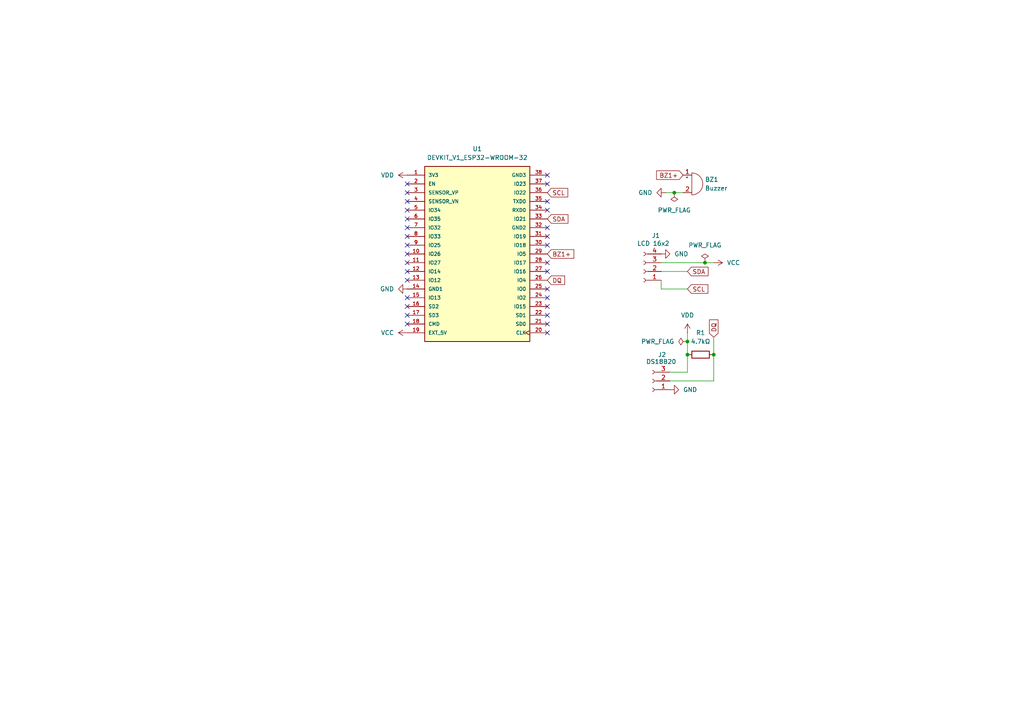
<source format=kicad_sch>
(kicad_sch
	(version 20250114)
	(generator "eeschema")
	(generator_version "9.0")
	(uuid "330a4899-5ef1-4d19-a163-cbb2c78c15d2")
	(paper "A4")
	(lib_symbols
		(symbol "Connector:Conn_01x03_Socket"
			(pin_names
				(offset 1.016)
				(hide yes)
			)
			(exclude_from_sim no)
			(in_bom yes)
			(on_board yes)
			(property "Reference" "J"
				(at 0 5.08 0)
				(effects
					(font
						(size 1.27 1.27)
					)
				)
			)
			(property "Value" "Conn_01x03_Socket"
				(at 0 -5.08 0)
				(effects
					(font
						(size 1.27 1.27)
					)
				)
			)
			(property "Footprint" ""
				(at 0 0 0)
				(effects
					(font
						(size 1.27 1.27)
					)
					(hide yes)
				)
			)
			(property "Datasheet" "~"
				(at 0 0 0)
				(effects
					(font
						(size 1.27 1.27)
					)
					(hide yes)
				)
			)
			(property "Description" "Generic connector, single row, 01x03, script generated"
				(at 0 0 0)
				(effects
					(font
						(size 1.27 1.27)
					)
					(hide yes)
				)
			)
			(property "ki_locked" ""
				(at 0 0 0)
				(effects
					(font
						(size 1.27 1.27)
					)
				)
			)
			(property "ki_keywords" "connector"
				(at 0 0 0)
				(effects
					(font
						(size 1.27 1.27)
					)
					(hide yes)
				)
			)
			(property "ki_fp_filters" "Connector*:*_1x??_*"
				(at 0 0 0)
				(effects
					(font
						(size 1.27 1.27)
					)
					(hide yes)
				)
			)
			(symbol "Conn_01x03_Socket_1_1"
				(polyline
					(pts
						(xy -1.27 2.54) (xy -0.508 2.54)
					)
					(stroke
						(width 0.1524)
						(type default)
					)
					(fill
						(type none)
					)
				)
				(polyline
					(pts
						(xy -1.27 0) (xy -0.508 0)
					)
					(stroke
						(width 0.1524)
						(type default)
					)
					(fill
						(type none)
					)
				)
				(polyline
					(pts
						(xy -1.27 -2.54) (xy -0.508 -2.54)
					)
					(stroke
						(width 0.1524)
						(type default)
					)
					(fill
						(type none)
					)
				)
				(arc
					(start 0 2.032)
					(mid -0.5058 2.54)
					(end 0 3.048)
					(stroke
						(width 0.1524)
						(type default)
					)
					(fill
						(type none)
					)
				)
				(arc
					(start 0 -0.508)
					(mid -0.5058 0)
					(end 0 0.508)
					(stroke
						(width 0.1524)
						(type default)
					)
					(fill
						(type none)
					)
				)
				(arc
					(start 0 -3.048)
					(mid -0.5058 -2.54)
					(end 0 -2.032)
					(stroke
						(width 0.1524)
						(type default)
					)
					(fill
						(type none)
					)
				)
				(pin passive line
					(at -5.08 2.54 0)
					(length 3.81)
					(name "Pin_1"
						(effects
							(font
								(size 1.27 1.27)
							)
						)
					)
					(number "1"
						(effects
							(font
								(size 1.27 1.27)
							)
						)
					)
				)
				(pin passive line
					(at -5.08 0 0)
					(length 3.81)
					(name "Pin_2"
						(effects
							(font
								(size 1.27 1.27)
							)
						)
					)
					(number "2"
						(effects
							(font
								(size 1.27 1.27)
							)
						)
					)
				)
				(pin passive line
					(at -5.08 -2.54 0)
					(length 3.81)
					(name "Pin_3"
						(effects
							(font
								(size 1.27 1.27)
							)
						)
					)
					(number "3"
						(effects
							(font
								(size 1.27 1.27)
							)
						)
					)
				)
			)
			(embedded_fonts no)
		)
		(symbol "Connector:Conn_01x04_Socket"
			(pin_names
				(offset 1.016)
				(hide yes)
			)
			(exclude_from_sim no)
			(in_bom yes)
			(on_board yes)
			(property "Reference" "J"
				(at 0 5.08 0)
				(effects
					(font
						(size 1.27 1.27)
					)
				)
			)
			(property "Value" "Conn_01x04_Socket"
				(at 0 -7.62 0)
				(effects
					(font
						(size 1.27 1.27)
					)
				)
			)
			(property "Footprint" ""
				(at 0 0 0)
				(effects
					(font
						(size 1.27 1.27)
					)
					(hide yes)
				)
			)
			(property "Datasheet" "~"
				(at 0 0 0)
				(effects
					(font
						(size 1.27 1.27)
					)
					(hide yes)
				)
			)
			(property "Description" "Generic connector, single row, 01x04, script generated"
				(at 0 0 0)
				(effects
					(font
						(size 1.27 1.27)
					)
					(hide yes)
				)
			)
			(property "ki_locked" ""
				(at 0 0 0)
				(effects
					(font
						(size 1.27 1.27)
					)
				)
			)
			(property "ki_keywords" "connector"
				(at 0 0 0)
				(effects
					(font
						(size 1.27 1.27)
					)
					(hide yes)
				)
			)
			(property "ki_fp_filters" "Connector*:*_1x??_*"
				(at 0 0 0)
				(effects
					(font
						(size 1.27 1.27)
					)
					(hide yes)
				)
			)
			(symbol "Conn_01x04_Socket_1_1"
				(polyline
					(pts
						(xy -1.27 2.54) (xy -0.508 2.54)
					)
					(stroke
						(width 0.1524)
						(type default)
					)
					(fill
						(type none)
					)
				)
				(polyline
					(pts
						(xy -1.27 0) (xy -0.508 0)
					)
					(stroke
						(width 0.1524)
						(type default)
					)
					(fill
						(type none)
					)
				)
				(polyline
					(pts
						(xy -1.27 -2.54) (xy -0.508 -2.54)
					)
					(stroke
						(width 0.1524)
						(type default)
					)
					(fill
						(type none)
					)
				)
				(polyline
					(pts
						(xy -1.27 -5.08) (xy -0.508 -5.08)
					)
					(stroke
						(width 0.1524)
						(type default)
					)
					(fill
						(type none)
					)
				)
				(arc
					(start 0 2.032)
					(mid -0.5058 2.54)
					(end 0 3.048)
					(stroke
						(width 0.1524)
						(type default)
					)
					(fill
						(type none)
					)
				)
				(arc
					(start 0 -0.508)
					(mid -0.5058 0)
					(end 0 0.508)
					(stroke
						(width 0.1524)
						(type default)
					)
					(fill
						(type none)
					)
				)
				(arc
					(start 0 -3.048)
					(mid -0.5058 -2.54)
					(end 0 -2.032)
					(stroke
						(width 0.1524)
						(type default)
					)
					(fill
						(type none)
					)
				)
				(arc
					(start 0 -5.588)
					(mid -0.5058 -5.08)
					(end 0 -4.572)
					(stroke
						(width 0.1524)
						(type default)
					)
					(fill
						(type none)
					)
				)
				(pin passive line
					(at -5.08 2.54 0)
					(length 3.81)
					(name "Pin_1"
						(effects
							(font
								(size 1.27 1.27)
							)
						)
					)
					(number "1"
						(effects
							(font
								(size 1.27 1.27)
							)
						)
					)
				)
				(pin passive line
					(at -5.08 0 0)
					(length 3.81)
					(name "Pin_2"
						(effects
							(font
								(size 1.27 1.27)
							)
						)
					)
					(number "2"
						(effects
							(font
								(size 1.27 1.27)
							)
						)
					)
				)
				(pin passive line
					(at -5.08 -2.54 0)
					(length 3.81)
					(name "Pin_3"
						(effects
							(font
								(size 1.27 1.27)
							)
						)
					)
					(number "3"
						(effects
							(font
								(size 1.27 1.27)
							)
						)
					)
				)
				(pin passive line
					(at -5.08 -5.08 0)
					(length 3.81)
					(name "Pin_4"
						(effects
							(font
								(size 1.27 1.27)
							)
						)
					)
					(number "4"
						(effects
							(font
								(size 1.27 1.27)
							)
						)
					)
				)
			)
			(embedded_fonts no)
		)
		(symbol "Device:Buzzer"
			(pin_names
				(offset 0.0254)
				(hide yes)
			)
			(exclude_from_sim no)
			(in_bom yes)
			(on_board yes)
			(property "Reference" "BZ"
				(at 3.81 1.27 0)
				(effects
					(font
						(size 1.27 1.27)
					)
					(justify left)
				)
			)
			(property "Value" "Buzzer"
				(at 3.81 -1.27 0)
				(effects
					(font
						(size 1.27 1.27)
					)
					(justify left)
				)
			)
			(property "Footprint" ""
				(at -0.635 2.54 90)
				(effects
					(font
						(size 1.27 1.27)
					)
					(hide yes)
				)
			)
			(property "Datasheet" "~"
				(at -0.635 2.54 90)
				(effects
					(font
						(size 1.27 1.27)
					)
					(hide yes)
				)
			)
			(property "Description" "Buzzer, polarized"
				(at 0 0 0)
				(effects
					(font
						(size 1.27 1.27)
					)
					(hide yes)
				)
			)
			(property "ki_keywords" "quartz resonator ceramic"
				(at 0 0 0)
				(effects
					(font
						(size 1.27 1.27)
					)
					(hide yes)
				)
			)
			(property "ki_fp_filters" "*Buzzer*"
				(at 0 0 0)
				(effects
					(font
						(size 1.27 1.27)
					)
					(hide yes)
				)
			)
			(symbol "Buzzer_0_1"
				(polyline
					(pts
						(xy -1.651 1.905) (xy -1.143 1.905)
					)
					(stroke
						(width 0)
						(type default)
					)
					(fill
						(type none)
					)
				)
				(polyline
					(pts
						(xy -1.397 2.159) (xy -1.397 1.651)
					)
					(stroke
						(width 0)
						(type default)
					)
					(fill
						(type none)
					)
				)
				(arc
					(start 0 3.175)
					(mid 3.1612 0)
					(end 0 -3.175)
					(stroke
						(width 0)
						(type default)
					)
					(fill
						(type none)
					)
				)
				(polyline
					(pts
						(xy 0 3.175) (xy 0 -3.175)
					)
					(stroke
						(width 0)
						(type default)
					)
					(fill
						(type none)
					)
				)
			)
			(symbol "Buzzer_1_1"
				(pin passive line
					(at -2.54 2.54 0)
					(length 2.54)
					(name "+"
						(effects
							(font
								(size 1.27 1.27)
							)
						)
					)
					(number "1"
						(effects
							(font
								(size 1.27 1.27)
							)
						)
					)
				)
				(pin passive line
					(at -2.54 -2.54 0)
					(length 2.54)
					(name "-"
						(effects
							(font
								(size 1.27 1.27)
							)
						)
					)
					(number "2"
						(effects
							(font
								(size 1.27 1.27)
							)
						)
					)
				)
			)
			(embedded_fonts no)
		)
		(symbol "Device:R"
			(pin_numbers
				(hide yes)
			)
			(pin_names
				(offset 0)
			)
			(exclude_from_sim no)
			(in_bom yes)
			(on_board yes)
			(property "Reference" "R"
				(at 2.032 0 90)
				(effects
					(font
						(size 1.27 1.27)
					)
				)
			)
			(property "Value" "R"
				(at 0 0 90)
				(effects
					(font
						(size 1.27 1.27)
					)
				)
			)
			(property "Footprint" ""
				(at -1.778 0 90)
				(effects
					(font
						(size 1.27 1.27)
					)
					(hide yes)
				)
			)
			(property "Datasheet" "~"
				(at 0 0 0)
				(effects
					(font
						(size 1.27 1.27)
					)
					(hide yes)
				)
			)
			(property "Description" "Resistor"
				(at 0 0 0)
				(effects
					(font
						(size 1.27 1.27)
					)
					(hide yes)
				)
			)
			(property "ki_keywords" "R res resistor"
				(at 0 0 0)
				(effects
					(font
						(size 1.27 1.27)
					)
					(hide yes)
				)
			)
			(property "ki_fp_filters" "R_*"
				(at 0 0 0)
				(effects
					(font
						(size 1.27 1.27)
					)
					(hide yes)
				)
			)
			(symbol "R_0_1"
				(rectangle
					(start -1.016 -2.54)
					(end 1.016 2.54)
					(stroke
						(width 0.254)
						(type default)
					)
					(fill
						(type none)
					)
				)
			)
			(symbol "R_1_1"
				(pin passive line
					(at 0 3.81 270)
					(length 1.27)
					(name "~"
						(effects
							(font
								(size 1.27 1.27)
							)
						)
					)
					(number "1"
						(effects
							(font
								(size 1.27 1.27)
							)
						)
					)
				)
				(pin passive line
					(at 0 -3.81 90)
					(length 1.27)
					(name "~"
						(effects
							(font
								(size 1.27 1.27)
							)
						)
					)
					(number "2"
						(effects
							(font
								(size 1.27 1.27)
							)
						)
					)
				)
			)
			(embedded_fonts no)
		)
		(symbol "devkit esp32 wroom32:DEVKIT_V1_ESP32-WROOM-32"
			(pin_names
				(offset 1.016)
			)
			(exclude_from_sim no)
			(in_bom yes)
			(on_board yes)
			(property "Reference" "U"
				(at -15.2572 26.0643 0)
				(effects
					(font
						(size 1.27 1.27)
					)
					(justify left bottom)
				)
			)
			(property "Value" "DEVKIT_V1_ESP32-WROOM-32"
				(at -15.2563 -27.9698 0)
				(effects
					(font
						(size 1.27 1.27)
					)
					(justify left bottom)
				)
			)
			(property "Footprint" "DEVKIT_V1_ESP32-WROOM-32:MODULE_DEVKIT_V1_ESP32-WROOM-32"
				(at 0 0 0)
				(effects
					(font
						(size 1.27 1.27)
					)
					(justify bottom)
					(hide yes)
				)
			)
			(property "Datasheet" ""
				(at 0 0 0)
				(effects
					(font
						(size 1.27 1.27)
					)
					(hide yes)
				)
			)
			(property "Description" ""
				(at 0 0 0)
				(effects
					(font
						(size 1.27 1.27)
					)
					(hide yes)
				)
			)
			(property "MF" "Espressif Systems"
				(at 0 0 0)
				(effects
					(font
						(size 1.27 1.27)
					)
					(justify bottom)
					(hide yes)
				)
			)
			(property "Description_1" "WROOM-32 Development Board ESP32 ESP-32S WiFi Bluetooth Dev Module"
				(at 0 0 0)
				(effects
					(font
						(size 1.27 1.27)
					)
					(justify bottom)
					(hide yes)
				)
			)
			(property "Package" "Package"
				(at 0 0 0)
				(effects
					(font
						(size 1.27 1.27)
					)
					(justify bottom)
					(hide yes)
				)
			)
			(property "Price" "None"
				(at 0 0 0)
				(effects
					(font
						(size 1.27 1.27)
					)
					(justify bottom)
					(hide yes)
				)
			)
			(property "Check_prices" "https://www.snapeda.com/parts/DEVKIT%20V1%20ESP32-WROOM-32/Espressif+Systems/view-part/?ref=eda"
				(at 0 0 0)
				(effects
					(font
						(size 1.27 1.27)
					)
					(justify bottom)
					(hide yes)
				)
			)
			(property "STANDARD" "Manufacturer Recommendations"
				(at 0 0 0)
				(effects
					(font
						(size 1.27 1.27)
					)
					(justify bottom)
					(hide yes)
				)
			)
			(property "PARTREV" "N/A"
				(at 0 0 0)
				(effects
					(font
						(size 1.27 1.27)
					)
					(justify bottom)
					(hide yes)
				)
			)
			(property "SnapEDA_Link" "https://www.snapeda.com/parts/DEVKIT%20V1%20ESP32-WROOM-32/Espressif+Systems/view-part/?ref=snap"
				(at 0 0 0)
				(effects
					(font
						(size 1.27 1.27)
					)
					(justify bottom)
					(hide yes)
				)
			)
			(property "MP" "DEVKIT V1 ESP32-WROOM-32"
				(at 0 0 0)
				(effects
					(font
						(size 1.27 1.27)
					)
					(justify bottom)
					(hide yes)
				)
			)
			(property "Availability" "Not in stock"
				(at 0 0 0)
				(effects
					(font
						(size 1.27 1.27)
					)
					(justify bottom)
					(hide yes)
				)
			)
			(property "MANUFACTURER" "Espressif Systems"
				(at 0 0 0)
				(effects
					(font
						(size 1.27 1.27)
					)
					(justify bottom)
					(hide yes)
				)
			)
			(symbol "DEVKIT_V1_ESP32-WROOM-32_0_0"
				(rectangle
					(start -15.24 -25.4)
					(end 15.24 25.4)
					(stroke
						(width 0.254)
						(type default)
					)
					(fill
						(type background)
					)
				)
				(pin power_in line
					(at -20.32 22.86 0)
					(length 5.08)
					(name "3V3"
						(effects
							(font
								(size 1.016 1.016)
							)
						)
					)
					(number "1"
						(effects
							(font
								(size 1.016 1.016)
							)
						)
					)
				)
				(pin input line
					(at -20.32 20.32 0)
					(length 5.08)
					(name "EN"
						(effects
							(font
								(size 1.016 1.016)
							)
						)
					)
					(number "2"
						(effects
							(font
								(size 1.016 1.016)
							)
						)
					)
				)
				(pin input line
					(at -20.32 17.78 0)
					(length 5.08)
					(name "SENSOR_VP"
						(effects
							(font
								(size 1.016 1.016)
							)
						)
					)
					(number "3"
						(effects
							(font
								(size 1.016 1.016)
							)
						)
					)
				)
				(pin input line
					(at -20.32 15.24 0)
					(length 5.08)
					(name "SENSOR_VN"
						(effects
							(font
								(size 1.016 1.016)
							)
						)
					)
					(number "4"
						(effects
							(font
								(size 1.016 1.016)
							)
						)
					)
				)
				(pin bidirectional line
					(at -20.32 12.7 0)
					(length 5.08)
					(name "IO34"
						(effects
							(font
								(size 1.016 1.016)
							)
						)
					)
					(number "5"
						(effects
							(font
								(size 1.016 1.016)
							)
						)
					)
				)
				(pin bidirectional line
					(at -20.32 10.16 0)
					(length 5.08)
					(name "IO35"
						(effects
							(font
								(size 1.016 1.016)
							)
						)
					)
					(number "6"
						(effects
							(font
								(size 1.016 1.016)
							)
						)
					)
				)
				(pin bidirectional line
					(at -20.32 7.62 0)
					(length 5.08)
					(name "IO32"
						(effects
							(font
								(size 1.016 1.016)
							)
						)
					)
					(number "7"
						(effects
							(font
								(size 1.016 1.016)
							)
						)
					)
				)
				(pin bidirectional line
					(at -20.32 5.08 0)
					(length 5.08)
					(name "IO33"
						(effects
							(font
								(size 1.016 1.016)
							)
						)
					)
					(number "8"
						(effects
							(font
								(size 1.016 1.016)
							)
						)
					)
				)
				(pin bidirectional line
					(at -20.32 2.54 0)
					(length 5.08)
					(name "IO25"
						(effects
							(font
								(size 1.016 1.016)
							)
						)
					)
					(number "9"
						(effects
							(font
								(size 1.016 1.016)
							)
						)
					)
				)
				(pin bidirectional line
					(at -20.32 0 0)
					(length 5.08)
					(name "IO26"
						(effects
							(font
								(size 1.016 1.016)
							)
						)
					)
					(number "10"
						(effects
							(font
								(size 1.016 1.016)
							)
						)
					)
				)
				(pin bidirectional line
					(at -20.32 -2.54 0)
					(length 5.08)
					(name "IO27"
						(effects
							(font
								(size 1.016 1.016)
							)
						)
					)
					(number "11"
						(effects
							(font
								(size 1.016 1.016)
							)
						)
					)
				)
				(pin bidirectional line
					(at -20.32 -5.08 0)
					(length 5.08)
					(name "IO14"
						(effects
							(font
								(size 1.016 1.016)
							)
						)
					)
					(number "12"
						(effects
							(font
								(size 1.016 1.016)
							)
						)
					)
				)
				(pin bidirectional line
					(at -20.32 -7.62 0)
					(length 5.08)
					(name "IO12"
						(effects
							(font
								(size 1.016 1.016)
							)
						)
					)
					(number "13"
						(effects
							(font
								(size 1.016 1.016)
							)
						)
					)
				)
				(pin power_in line
					(at -20.32 -10.16 0)
					(length 5.08)
					(name "GND1"
						(effects
							(font
								(size 1.016 1.016)
							)
						)
					)
					(number "14"
						(effects
							(font
								(size 1.016 1.016)
							)
						)
					)
				)
				(pin bidirectional line
					(at -20.32 -12.7 0)
					(length 5.08)
					(name "IO13"
						(effects
							(font
								(size 1.016 1.016)
							)
						)
					)
					(number "15"
						(effects
							(font
								(size 1.016 1.016)
							)
						)
					)
				)
				(pin bidirectional line
					(at -20.32 -15.24 0)
					(length 5.08)
					(name "SD2"
						(effects
							(font
								(size 1.016 1.016)
							)
						)
					)
					(number "16"
						(effects
							(font
								(size 1.016 1.016)
							)
						)
					)
				)
				(pin bidirectional line
					(at -20.32 -17.78 0)
					(length 5.08)
					(name "SD3"
						(effects
							(font
								(size 1.016 1.016)
							)
						)
					)
					(number "17"
						(effects
							(font
								(size 1.016 1.016)
							)
						)
					)
				)
				(pin bidirectional line
					(at -20.32 -20.32 0)
					(length 5.08)
					(name "CMD"
						(effects
							(font
								(size 1.016 1.016)
							)
						)
					)
					(number "18"
						(effects
							(font
								(size 1.016 1.016)
							)
						)
					)
				)
				(pin power_in line
					(at -20.32 -22.86 0)
					(length 5.08)
					(name "EXT_5V"
						(effects
							(font
								(size 1.016 1.016)
							)
						)
					)
					(number "19"
						(effects
							(font
								(size 1.016 1.016)
							)
						)
					)
				)
				(pin power_in line
					(at 20.32 22.86 180)
					(length 5.08)
					(name "GND3"
						(effects
							(font
								(size 1.016 1.016)
							)
						)
					)
					(number "38"
						(effects
							(font
								(size 1.016 1.016)
							)
						)
					)
				)
				(pin bidirectional line
					(at 20.32 20.32 180)
					(length 5.08)
					(name "IO23"
						(effects
							(font
								(size 1.016 1.016)
							)
						)
					)
					(number "37"
						(effects
							(font
								(size 1.016 1.016)
							)
						)
					)
				)
				(pin bidirectional line
					(at 20.32 17.78 180)
					(length 5.08)
					(name "IO22"
						(effects
							(font
								(size 1.016 1.016)
							)
						)
					)
					(number "36"
						(effects
							(font
								(size 1.016 1.016)
							)
						)
					)
				)
				(pin output line
					(at 20.32 15.24 180)
					(length 5.08)
					(name "TXD0"
						(effects
							(font
								(size 1.016 1.016)
							)
						)
					)
					(number "35"
						(effects
							(font
								(size 1.016 1.016)
							)
						)
					)
				)
				(pin input line
					(at 20.32 12.7 180)
					(length 5.08)
					(name "RXD0"
						(effects
							(font
								(size 1.016 1.016)
							)
						)
					)
					(number "34"
						(effects
							(font
								(size 1.016 1.016)
							)
						)
					)
				)
				(pin bidirectional line
					(at 20.32 10.16 180)
					(length 5.08)
					(name "IO21"
						(effects
							(font
								(size 1.016 1.016)
							)
						)
					)
					(number "33"
						(effects
							(font
								(size 1.016 1.016)
							)
						)
					)
				)
				(pin power_in line
					(at 20.32 7.62 180)
					(length 5.08)
					(name "GND2"
						(effects
							(font
								(size 1.016 1.016)
							)
						)
					)
					(number "32"
						(effects
							(font
								(size 1.016 1.016)
							)
						)
					)
				)
				(pin bidirectional line
					(at 20.32 5.08 180)
					(length 5.08)
					(name "IO19"
						(effects
							(font
								(size 1.016 1.016)
							)
						)
					)
					(number "31"
						(effects
							(font
								(size 1.016 1.016)
							)
						)
					)
				)
				(pin bidirectional line
					(at 20.32 2.54 180)
					(length 5.08)
					(name "IO18"
						(effects
							(font
								(size 1.016 1.016)
							)
						)
					)
					(number "30"
						(effects
							(font
								(size 1.016 1.016)
							)
						)
					)
				)
				(pin bidirectional line
					(at 20.32 0 180)
					(length 5.08)
					(name "IO5"
						(effects
							(font
								(size 1.016 1.016)
							)
						)
					)
					(number "29"
						(effects
							(font
								(size 1.016 1.016)
							)
						)
					)
				)
				(pin bidirectional line
					(at 20.32 -2.54 180)
					(length 5.08)
					(name "IO17"
						(effects
							(font
								(size 1.016 1.016)
							)
						)
					)
					(number "28"
						(effects
							(font
								(size 1.016 1.016)
							)
						)
					)
				)
				(pin bidirectional line
					(at 20.32 -5.08 180)
					(length 5.08)
					(name "IO16"
						(effects
							(font
								(size 1.016 1.016)
							)
						)
					)
					(number "27"
						(effects
							(font
								(size 1.016 1.016)
							)
						)
					)
				)
				(pin bidirectional line
					(at 20.32 -7.62 180)
					(length 5.08)
					(name "IO4"
						(effects
							(font
								(size 1.016 1.016)
							)
						)
					)
					(number "26"
						(effects
							(font
								(size 1.016 1.016)
							)
						)
					)
				)
				(pin bidirectional line
					(at 20.32 -10.16 180)
					(length 5.08)
					(name "IO0"
						(effects
							(font
								(size 1.016 1.016)
							)
						)
					)
					(number "25"
						(effects
							(font
								(size 1.016 1.016)
							)
						)
					)
				)
				(pin bidirectional line
					(at 20.32 -12.7 180)
					(length 5.08)
					(name "IO2"
						(effects
							(font
								(size 1.016 1.016)
							)
						)
					)
					(number "24"
						(effects
							(font
								(size 1.016 1.016)
							)
						)
					)
				)
				(pin bidirectional line
					(at 20.32 -15.24 180)
					(length 5.08)
					(name "IO15"
						(effects
							(font
								(size 1.016 1.016)
							)
						)
					)
					(number "23"
						(effects
							(font
								(size 1.016 1.016)
							)
						)
					)
				)
				(pin bidirectional line
					(at 20.32 -17.78 180)
					(length 5.08)
					(name "SD1"
						(effects
							(font
								(size 1.016 1.016)
							)
						)
					)
					(number "22"
						(effects
							(font
								(size 1.016 1.016)
							)
						)
					)
				)
				(pin bidirectional line
					(at 20.32 -20.32 180)
					(length 5.08)
					(name "SD0"
						(effects
							(font
								(size 1.016 1.016)
							)
						)
					)
					(number "21"
						(effects
							(font
								(size 1.016 1.016)
							)
						)
					)
				)
				(pin input clock
					(at 20.32 -22.86 180)
					(length 5.08)
					(name "CLK"
						(effects
							(font
								(size 1.016 1.016)
							)
						)
					)
					(number "20"
						(effects
							(font
								(size 1.016 1.016)
							)
						)
					)
				)
			)
			(embedded_fonts no)
		)
		(symbol "power:GND"
			(power)
			(pin_numbers
				(hide yes)
			)
			(pin_names
				(offset 0)
				(hide yes)
			)
			(exclude_from_sim no)
			(in_bom yes)
			(on_board yes)
			(property "Reference" "#PWR"
				(at 0 -6.35 0)
				(effects
					(font
						(size 1.27 1.27)
					)
					(hide yes)
				)
			)
			(property "Value" "GND"
				(at 0 -3.81 0)
				(effects
					(font
						(size 1.27 1.27)
					)
				)
			)
			(property "Footprint" ""
				(at 0 0 0)
				(effects
					(font
						(size 1.27 1.27)
					)
					(hide yes)
				)
			)
			(property "Datasheet" ""
				(at 0 0 0)
				(effects
					(font
						(size 1.27 1.27)
					)
					(hide yes)
				)
			)
			(property "Description" "Power symbol creates a global label with name \"GND\" , ground"
				(at 0 0 0)
				(effects
					(font
						(size 1.27 1.27)
					)
					(hide yes)
				)
			)
			(property "ki_keywords" "global power"
				(at 0 0 0)
				(effects
					(font
						(size 1.27 1.27)
					)
					(hide yes)
				)
			)
			(symbol "GND_0_1"
				(polyline
					(pts
						(xy 0 0) (xy 0 -1.27) (xy 1.27 -1.27) (xy 0 -2.54) (xy -1.27 -1.27) (xy 0 -1.27)
					)
					(stroke
						(width 0)
						(type default)
					)
					(fill
						(type none)
					)
				)
			)
			(symbol "GND_1_1"
				(pin power_in line
					(at 0 0 270)
					(length 0)
					(name "~"
						(effects
							(font
								(size 1.27 1.27)
							)
						)
					)
					(number "1"
						(effects
							(font
								(size 1.27 1.27)
							)
						)
					)
				)
			)
			(embedded_fonts no)
		)
		(symbol "power:PWR_FLAG"
			(power)
			(pin_numbers
				(hide yes)
			)
			(pin_names
				(offset 0)
				(hide yes)
			)
			(exclude_from_sim no)
			(in_bom yes)
			(on_board yes)
			(property "Reference" "#FLG"
				(at 0 1.905 0)
				(effects
					(font
						(size 1.27 1.27)
					)
					(hide yes)
				)
			)
			(property "Value" "PWR_FLAG"
				(at 0 3.81 0)
				(effects
					(font
						(size 1.27 1.27)
					)
				)
			)
			(property "Footprint" ""
				(at 0 0 0)
				(effects
					(font
						(size 1.27 1.27)
					)
					(hide yes)
				)
			)
			(property "Datasheet" "~"
				(at 0 0 0)
				(effects
					(font
						(size 1.27 1.27)
					)
					(hide yes)
				)
			)
			(property "Description" "Special symbol for telling ERC where power comes from"
				(at 0 0 0)
				(effects
					(font
						(size 1.27 1.27)
					)
					(hide yes)
				)
			)
			(property "ki_keywords" "flag power"
				(at 0 0 0)
				(effects
					(font
						(size 1.27 1.27)
					)
					(hide yes)
				)
			)
			(symbol "PWR_FLAG_0_0"
				(pin power_out line
					(at 0 0 90)
					(length 0)
					(name "~"
						(effects
							(font
								(size 1.27 1.27)
							)
						)
					)
					(number "1"
						(effects
							(font
								(size 1.27 1.27)
							)
						)
					)
				)
			)
			(symbol "PWR_FLAG_0_1"
				(polyline
					(pts
						(xy 0 0) (xy 0 1.27) (xy -1.016 1.905) (xy 0 2.54) (xy 1.016 1.905) (xy 0 1.27)
					)
					(stroke
						(width 0)
						(type default)
					)
					(fill
						(type none)
					)
				)
			)
			(embedded_fonts no)
		)
		(symbol "power:VCC"
			(power)
			(pin_numbers
				(hide yes)
			)
			(pin_names
				(offset 0)
				(hide yes)
			)
			(exclude_from_sim no)
			(in_bom yes)
			(on_board yes)
			(property "Reference" "#PWR"
				(at 0 -3.81 0)
				(effects
					(font
						(size 1.27 1.27)
					)
					(hide yes)
				)
			)
			(property "Value" "VCC"
				(at 0 3.556 0)
				(effects
					(font
						(size 1.27 1.27)
					)
				)
			)
			(property "Footprint" ""
				(at 0 0 0)
				(effects
					(font
						(size 1.27 1.27)
					)
					(hide yes)
				)
			)
			(property "Datasheet" ""
				(at 0 0 0)
				(effects
					(font
						(size 1.27 1.27)
					)
					(hide yes)
				)
			)
			(property "Description" "Power symbol creates a global label with name \"VCC\""
				(at 0 0 0)
				(effects
					(font
						(size 1.27 1.27)
					)
					(hide yes)
				)
			)
			(property "ki_keywords" "global power"
				(at 0 0 0)
				(effects
					(font
						(size 1.27 1.27)
					)
					(hide yes)
				)
			)
			(symbol "VCC_0_1"
				(polyline
					(pts
						(xy -0.762 1.27) (xy 0 2.54)
					)
					(stroke
						(width 0)
						(type default)
					)
					(fill
						(type none)
					)
				)
				(polyline
					(pts
						(xy 0 2.54) (xy 0.762 1.27)
					)
					(stroke
						(width 0)
						(type default)
					)
					(fill
						(type none)
					)
				)
				(polyline
					(pts
						(xy 0 0) (xy 0 2.54)
					)
					(stroke
						(width 0)
						(type default)
					)
					(fill
						(type none)
					)
				)
			)
			(symbol "VCC_1_1"
				(pin power_in line
					(at 0 0 90)
					(length 0)
					(name "~"
						(effects
							(font
								(size 1.27 1.27)
							)
						)
					)
					(number "1"
						(effects
							(font
								(size 1.27 1.27)
							)
						)
					)
				)
			)
			(embedded_fonts no)
		)
	)
	(junction
		(at 204.47 76.2)
		(diameter 0)
		(color 0 0 0 0)
		(uuid "087bd91d-c138-484b-897b-4de6222e18f5")
	)
	(junction
		(at 207.01 102.87)
		(diameter 0)
		(color 0 0 0 0)
		(uuid "2196f2e2-7395-48f0-9747-b40dbe44d5c8")
	)
	(junction
		(at 195.58 55.88)
		(diameter 0)
		(color 0 0 0 0)
		(uuid "2ac44bbc-fdef-476f-bfb2-0f9f65da2c7e")
	)
	(junction
		(at 199.39 102.87)
		(diameter 0)
		(color 0 0 0 0)
		(uuid "71b9f728-4ab9-4edd-b027-9c7026772f6c")
	)
	(junction
		(at 199.39 99.06)
		(diameter 0)
		(color 0 0 0 0)
		(uuid "d6794eb0-80f7-4ea0-b703-950c2c831edd")
	)
	(no_connect
		(at 158.75 93.98)
		(uuid "0110bb10-2260-4722-8fd7-c7c470ed5f60")
	)
	(no_connect
		(at 158.75 53.34)
		(uuid "0cb2090e-6d61-4e90-a6fd-f19c934eb100")
	)
	(no_connect
		(at 158.75 78.74)
		(uuid "104344e2-7bad-4169-b1ed-98a253e2f8d1")
	)
	(no_connect
		(at 118.11 86.36)
		(uuid "1c84a4e1-f60f-4f86-a97e-fdfde1da2bd9")
	)
	(no_connect
		(at 158.75 66.04)
		(uuid "1f800245-a714-413c-8d6b-00707bd08236")
	)
	(no_connect
		(at 158.75 71.12)
		(uuid "205e4529-8cc6-4831-93de-79f84e0ee20e")
	)
	(no_connect
		(at 118.11 60.96)
		(uuid "35fea769-c5bb-4dd7-b1ee-90c614af8a94")
	)
	(no_connect
		(at 158.75 58.42)
		(uuid "36d27502-8c41-45d0-a598-99179b0eb029")
	)
	(no_connect
		(at 158.75 96.52)
		(uuid "410772c5-7472-46fc-b10e-9d97fb425bd2")
	)
	(no_connect
		(at 118.11 88.9)
		(uuid "447c9bb5-f708-4ae4-b9fc-ade311334542")
	)
	(no_connect
		(at 118.11 81.28)
		(uuid "4cf21a5a-7089-4c8a-bf37-d1e331e90fdf")
	)
	(no_connect
		(at 118.11 58.42)
		(uuid "59ef629d-9ed0-4116-b583-6dddaf63c440")
	)
	(no_connect
		(at 118.11 73.66)
		(uuid "79075675-59c6-40d6-98d6-b0e6cce65685")
	)
	(no_connect
		(at 118.11 55.88)
		(uuid "7f95a670-ecf7-4eec-ac69-54126f4f9d4b")
	)
	(no_connect
		(at 118.11 91.44)
		(uuid "8f4880bb-eb0a-403c-94d8-c52dcd17d403")
	)
	(no_connect
		(at 118.11 93.98)
		(uuid "8fad4249-4fdd-4a18-af45-2c268d4d9c72")
	)
	(no_connect
		(at 118.11 68.58)
		(uuid "905dcc93-e79a-4825-bcd7-ab505a9ff5c3")
	)
	(no_connect
		(at 118.11 66.04)
		(uuid "9837dc1d-dbdf-4604-99df-f71d3a6b963a")
	)
	(no_connect
		(at 158.75 60.96)
		(uuid "98a3052e-4340-4f46-b1ac-305a68fa1875")
	)
	(no_connect
		(at 158.75 88.9)
		(uuid "a04c0982-c820-456b-960a-863afdecd442")
	)
	(no_connect
		(at 118.11 76.2)
		(uuid "a52dfb52-743f-427d-a8ff-3fb6ce5c411e")
	)
	(no_connect
		(at 158.75 76.2)
		(uuid "b38a2385-9186-4b67-8440-0b521b182298")
	)
	(no_connect
		(at 118.11 63.5)
		(uuid "b428b6ae-1d04-423a-b6b4-f93cead0033b")
	)
	(no_connect
		(at 118.11 78.74)
		(uuid "b6f2d166-aee5-4e73-9a73-1085c5630f81")
	)
	(no_connect
		(at 158.75 68.58)
		(uuid "b75daef0-79a2-44c7-b1b4-24b09c58eb8e")
	)
	(no_connect
		(at 158.75 91.44)
		(uuid "c8b36fd3-f1f2-461f-91c7-705f12a5058c")
	)
	(no_connect
		(at 158.75 83.82)
		(uuid "ca29c193-de81-486b-bfba-996c65d0b40d")
	)
	(no_connect
		(at 118.11 71.12)
		(uuid "d7d3e20b-63cf-4197-b9dd-fb1d55a8053c")
	)
	(no_connect
		(at 158.75 50.8)
		(uuid "e1062f20-484a-4b00-b5bb-d7a1c274c672")
	)
	(no_connect
		(at 158.75 86.36)
		(uuid "e643ed1d-626a-412f-b75f-7142495eb9d8")
	)
	(no_connect
		(at 118.11 53.34)
		(uuid "ea89a021-997d-41bb-a0ba-1ac49c106e29")
	)
	(wire
		(pts
			(xy 199.39 96.52) (xy 199.39 99.06)
		)
		(stroke
			(width 0)
			(type default)
		)
		(uuid "06344b65-d54e-4b5d-9992-f6c8db0a0db2")
	)
	(wire
		(pts
			(xy 193.04 55.88) (xy 195.58 55.88)
		)
		(stroke
			(width 0)
			(type default)
		)
		(uuid "0e3a06de-f47e-47c2-905a-fbf1a130afa7")
	)
	(wire
		(pts
			(xy 207.01 110.49) (xy 207.01 102.87)
		)
		(stroke
			(width 0)
			(type default)
		)
		(uuid "108999b7-0878-4048-b8b7-bdf767b0facb")
	)
	(wire
		(pts
			(xy 194.31 107.95) (xy 199.39 107.95)
		)
		(stroke
			(width 0)
			(type default)
		)
		(uuid "3eb91d7d-674a-46e6-8a18-c84b335a40bb")
	)
	(wire
		(pts
			(xy 204.47 76.2) (xy 191.77 76.2)
		)
		(stroke
			(width 0)
			(type default)
		)
		(uuid "99966361-d586-45ea-844f-9f25e9573f00")
	)
	(wire
		(pts
			(xy 207.01 76.2) (xy 204.47 76.2)
		)
		(stroke
			(width 0)
			(type default)
		)
		(uuid "a816e136-4d03-479c-952e-1cc5730d30cd")
	)
	(wire
		(pts
			(xy 195.58 55.88) (xy 198.12 55.88)
		)
		(stroke
			(width 0)
			(type default)
		)
		(uuid "ac799194-00e0-4e70-863e-52bc5b4b2bd6")
	)
	(wire
		(pts
			(xy 194.31 110.49) (xy 207.01 110.49)
		)
		(stroke
			(width 0)
			(type default)
		)
		(uuid "caba1906-d22e-4404-b775-aec22d117573")
	)
	(wire
		(pts
			(xy 191.77 81.28) (xy 191.77 83.82)
		)
		(stroke
			(width 0)
			(type default)
		)
		(uuid "d057c8c5-d9fa-49d7-9892-128e26ac4fdb")
	)
	(wire
		(pts
			(xy 199.39 107.95) (xy 199.39 102.87)
		)
		(stroke
			(width 0)
			(type default)
		)
		(uuid "e1e99cbc-45cc-4958-be92-c9546d24d349")
	)
	(wire
		(pts
			(xy 199.39 99.06) (xy 199.39 102.87)
		)
		(stroke
			(width 0)
			(type default)
		)
		(uuid "e6897bf2-69a2-483a-ac9b-18a16730f9d4")
	)
	(wire
		(pts
			(xy 191.77 83.82) (xy 199.39 83.82)
		)
		(stroke
			(width 0)
			(type default)
		)
		(uuid "f14da6f2-5002-4322-8f31-757ed9662dc1")
	)
	(wire
		(pts
			(xy 207.01 97.79) (xy 207.01 102.87)
		)
		(stroke
			(width 0)
			(type default)
		)
		(uuid "faaf7be8-0af5-4dbf-ad51-a9c8e6e32c32")
	)
	(wire
		(pts
			(xy 191.77 78.74) (xy 199.39 78.74)
		)
		(stroke
			(width 0)
			(type default)
		)
		(uuid "fca8c3bb-5444-47df-aa61-86c38a6c0040")
	)
	(global_label "DQ"
		(shape input)
		(at 158.75 81.28 0)
		(fields_autoplaced yes)
		(effects
			(font
				(size 1.27 1.27)
			)
			(justify left)
		)
		(uuid "2fed3286-e4a9-44e3-859d-19a9db515e9b")
		(property "Intersheetrefs" "${INTERSHEET_REFS}"
			(at 164.3357 81.28 0)
			(effects
				(font
					(size 1.27 1.27)
				)
				(justify left)
				(hide yes)
			)
		)
	)
	(global_label "DQ"
		(shape input)
		(at 207.01 97.79 90)
		(fields_autoplaced yes)
		(effects
			(font
				(size 1.27 1.27)
			)
			(justify left)
		)
		(uuid "44b7d224-f1cc-4011-a2b9-76760c9ee70b")
		(property "Intersheetrefs" "${INTERSHEET_REFS}"
			(at 207.01 92.2043 90)
			(effects
				(font
					(size 1.27 1.27)
				)
				(justify left)
				(hide yes)
			)
		)
	)
	(global_label "SDA"
		(shape input)
		(at 199.39 78.74 0)
		(fields_autoplaced yes)
		(effects
			(font
				(size 1.27 1.27)
			)
			(justify left)
		)
		(uuid "7cdb796e-ed70-4ae1-ab1d-d70225dc76fc")
		(property "Intersheetrefs" "${INTERSHEET_REFS}"
			(at 205.9433 78.74 0)
			(effects
				(font
					(size 1.27 1.27)
				)
				(justify left)
				(hide yes)
			)
		)
	)
	(global_label "SCL"
		(shape input)
		(at 199.39 83.82 0)
		(fields_autoplaced yes)
		(effects
			(font
				(size 1.27 1.27)
			)
			(justify left)
		)
		(uuid "86454335-e901-478b-975f-b321dafe2c81")
		(property "Intersheetrefs" "${INTERSHEET_REFS}"
			(at 205.8828 83.82 0)
			(effects
				(font
					(size 1.27 1.27)
				)
				(justify left)
				(hide yes)
			)
		)
	)
	(global_label "BZ1+"
		(shape input)
		(at 198.12 50.8 180)
		(fields_autoplaced yes)
		(effects
			(font
				(size 1.27 1.27)
			)
			(justify right)
		)
		(uuid "9421df4e-9407-47b8-b608-05ef8996e244")
		(property "Intersheetrefs" "${INTERSHEET_REFS}"
			(at 189.8734 50.8 0)
			(effects
				(font
					(size 1.27 1.27)
				)
				(justify right)
				(hide yes)
			)
		)
	)
	(global_label "SDA"
		(shape input)
		(at 158.75 63.5 0)
		(fields_autoplaced yes)
		(effects
			(font
				(size 1.27 1.27)
			)
			(justify left)
		)
		(uuid "a68f9d81-5d04-45e9-9877-3f3672a0b520")
		(property "Intersheetrefs" "${INTERSHEET_REFS}"
			(at 165.3033 63.5 0)
			(effects
				(font
					(size 1.27 1.27)
				)
				(justify left)
				(hide yes)
			)
		)
	)
	(global_label "SCL"
		(shape input)
		(at 158.75 55.88 0)
		(fields_autoplaced yes)
		(effects
			(font
				(size 1.27 1.27)
			)
			(justify left)
		)
		(uuid "ced8210b-624d-4f09-bda7-eda2e052993b")
		(property "Intersheetrefs" "${INTERSHEET_REFS}"
			(at 165.2428 55.88 0)
			(effects
				(font
					(size 1.27 1.27)
				)
				(justify left)
				(hide yes)
			)
		)
	)
	(global_label "BZ1+"
		(shape input)
		(at 158.75 73.66 0)
		(fields_autoplaced yes)
		(effects
			(font
				(size 1.27 1.27)
			)
			(justify left)
		)
		(uuid "f7642787-1b4a-4477-b481-c2ec2048d72a")
		(property "Intersheetrefs" "${INTERSHEET_REFS}"
			(at 166.9966 73.66 0)
			(effects
				(font
					(size 1.27 1.27)
				)
				(justify left)
				(hide yes)
			)
		)
	)
	(symbol
		(lib_id "power:GND")
		(at 194.31 113.03 90)
		(unit 1)
		(exclude_from_sim no)
		(in_bom yes)
		(on_board yes)
		(dnp no)
		(fields_autoplaced yes)
		(uuid "020babea-54db-4f29-b535-1b53a154e94b")
		(property "Reference" "#PWR01"
			(at 200.66 113.03 0)
			(effects
				(font
					(size 1.27 1.27)
				)
				(hide yes)
			)
		)
		(property "Value" "GND"
			(at 198.12 113.0299 90)
			(effects
				(font
					(size 1.27 1.27)
				)
				(justify right)
			)
		)
		(property "Footprint" ""
			(at 194.31 113.03 0)
			(effects
				(font
					(size 1.27 1.27)
				)
				(hide yes)
			)
		)
		(property "Datasheet" ""
			(at 194.31 113.03 0)
			(effects
				(font
					(size 1.27 1.27)
				)
				(hide yes)
			)
		)
		(property "Description" "Power symbol creates a global label with name \"GND\" , ground"
			(at 194.31 113.03 0)
			(effects
				(font
					(size 1.27 1.27)
				)
				(hide yes)
			)
		)
		(pin "1"
			(uuid "426843b4-c60b-4568-a770-6c8fea08cfb5")
		)
		(instances
			(project ""
				(path "/330a4899-5ef1-4d19-a163-cbb2c78c15d2"
					(reference "#PWR01")
					(unit 1)
				)
			)
		)
	)
	(symbol
		(lib_id "Device:R")
		(at 203.2 102.87 90)
		(unit 1)
		(exclude_from_sim no)
		(in_bom yes)
		(on_board yes)
		(dnp no)
		(fields_autoplaced yes)
		(uuid "05a3d932-e37f-4654-aeac-62f37b1d85e4")
		(property "Reference" "R1"
			(at 203.2 96.52 90)
			(effects
				(font
					(size 1.27 1.27)
				)
			)
		)
		(property "Value" "4.7kΩ"
			(at 203.2 99.06 90)
			(effects
				(font
					(size 1.27 1.27)
				)
			)
		)
		(property "Footprint" "Resistor_THT:R_Axial_DIN0207_L6.3mm_D2.5mm_P10.16mm_Horizontal"
			(at 203.2 104.648 90)
			(effects
				(font
					(size 1.27 1.27)
				)
				(hide yes)
			)
		)
		(property "Datasheet" "~"
			(at 203.2 102.87 0)
			(effects
				(font
					(size 1.27 1.27)
				)
				(hide yes)
			)
		)
		(property "Description" "Resistor"
			(at 203.2 102.87 0)
			(effects
				(font
					(size 1.27 1.27)
				)
				(hide yes)
			)
		)
		(pin "1"
			(uuid "66b63924-79fa-4466-99de-b57eb86dbab8")
		)
		(pin "2"
			(uuid "32317eec-bf9e-4f43-a3b4-da5f20fe6fe5")
		)
		(instances
			(project ""
				(path "/330a4899-5ef1-4d19-a163-cbb2c78c15d2"
					(reference "R1")
					(unit 1)
				)
			)
		)
	)
	(symbol
		(lib_id "power:PWR_FLAG")
		(at 199.39 99.06 90)
		(unit 1)
		(exclude_from_sim no)
		(in_bom yes)
		(on_board yes)
		(dnp no)
		(fields_autoplaced yes)
		(uuid "18c6a897-59d5-48e2-8cf9-da226ea73b21")
		(property "Reference" "#FLG02"
			(at 197.485 99.06 0)
			(effects
				(font
					(size 1.27 1.27)
				)
				(hide yes)
			)
		)
		(property "Value" "PWR_FLAG"
			(at 195.58 99.0599 90)
			(effects
				(font
					(size 1.27 1.27)
				)
				(justify left)
			)
		)
		(property "Footprint" ""
			(at 199.39 99.06 0)
			(effects
				(font
					(size 1.27 1.27)
				)
				(hide yes)
			)
		)
		(property "Datasheet" "~"
			(at 199.39 99.06 0)
			(effects
				(font
					(size 1.27 1.27)
				)
				(hide yes)
			)
		)
		(property "Description" "Special symbol for telling ERC where power comes from"
			(at 199.39 99.06 0)
			(effects
				(font
					(size 1.27 1.27)
				)
				(hide yes)
			)
		)
		(pin "1"
			(uuid "8b865c94-3692-4436-8021-cf6893b1f444")
		)
		(instances
			(project "TermoINteligente"
				(path "/330a4899-5ef1-4d19-a163-cbb2c78c15d2"
					(reference "#FLG02")
					(unit 1)
				)
			)
		)
	)
	(symbol
		(lib_id "power:VCC")
		(at 199.39 96.52 0)
		(unit 1)
		(exclude_from_sim no)
		(in_bom yes)
		(on_board yes)
		(dnp no)
		(fields_autoplaced yes)
		(uuid "21f2904f-d4a4-4c77-87b8-0ee83f57ca77")
		(property "Reference" "#PWR02"
			(at 199.39 100.33 0)
			(effects
				(font
					(size 1.27 1.27)
				)
				(hide yes)
			)
		)
		(property "Value" "VDD"
			(at 199.39 91.44 0)
			(effects
				(font
					(size 1.27 1.27)
				)
			)
		)
		(property "Footprint" ""
			(at 199.39 96.52 0)
			(effects
				(font
					(size 1.27 1.27)
				)
				(hide yes)
			)
		)
		(property "Datasheet" ""
			(at 199.39 96.52 0)
			(effects
				(font
					(size 1.27 1.27)
				)
				(hide yes)
			)
		)
		(property "Description" "Power symbol creates a global label with name \"VCC\""
			(at 199.39 96.52 0)
			(effects
				(font
					(size 1.27 1.27)
				)
				(hide yes)
			)
		)
		(pin "1"
			(uuid "5c4cd150-c8b7-48c7-a920-0e4f99393f49")
		)
		(instances
			(project ""
				(path "/330a4899-5ef1-4d19-a163-cbb2c78c15d2"
					(reference "#PWR02")
					(unit 1)
				)
			)
		)
	)
	(symbol
		(lib_id "power:PWR_FLAG")
		(at 204.47 76.2 0)
		(unit 1)
		(exclude_from_sim no)
		(in_bom yes)
		(on_board yes)
		(dnp no)
		(fields_autoplaced yes)
		(uuid "26e2c4ea-80b5-421c-96fd-2c2ddfacd36c")
		(property "Reference" "#FLG03"
			(at 204.47 74.295 0)
			(effects
				(font
					(size 1.27 1.27)
				)
				(hide yes)
			)
		)
		(property "Value" "PWR_FLAG"
			(at 204.47 71.12 0)
			(effects
				(font
					(size 1.27 1.27)
				)
			)
		)
		(property "Footprint" ""
			(at 204.47 76.2 0)
			(effects
				(font
					(size 1.27 1.27)
				)
				(hide yes)
			)
		)
		(property "Datasheet" "~"
			(at 204.47 76.2 0)
			(effects
				(font
					(size 1.27 1.27)
				)
				(hide yes)
			)
		)
		(property "Description" "Special symbol for telling ERC where power comes from"
			(at 204.47 76.2 0)
			(effects
				(font
					(size 1.27 1.27)
				)
				(hide yes)
			)
		)
		(pin "1"
			(uuid "9295bd6a-b6ae-49d8-956e-6c18ef658d11")
		)
		(instances
			(project "TermoINteligente"
				(path "/330a4899-5ef1-4d19-a163-cbb2c78c15d2"
					(reference "#FLG03")
					(unit 1)
				)
			)
		)
	)
	(symbol
		(lib_id "power:PWR_FLAG")
		(at 195.58 55.88 180)
		(unit 1)
		(exclude_from_sim no)
		(in_bom yes)
		(on_board yes)
		(dnp no)
		(fields_autoplaced yes)
		(uuid "6364eefd-4b0f-40d5-8db9-cec9bc025cbd")
		(property "Reference" "#FLG01"
			(at 195.58 57.785 0)
			(effects
				(font
					(size 1.27 1.27)
				)
				(hide yes)
			)
		)
		(property "Value" "PWR_FLAG"
			(at 195.58 60.96 0)
			(effects
				(font
					(size 1.27 1.27)
				)
			)
		)
		(property "Footprint" ""
			(at 195.58 55.88 0)
			(effects
				(font
					(size 1.27 1.27)
				)
				(hide yes)
			)
		)
		(property "Datasheet" "~"
			(at 195.58 55.88 0)
			(effects
				(font
					(size 1.27 1.27)
				)
				(hide yes)
			)
		)
		(property "Description" "Special symbol for telling ERC where power comes from"
			(at 195.58 55.88 0)
			(effects
				(font
					(size 1.27 1.27)
				)
				(hide yes)
			)
		)
		(pin "1"
			(uuid "737fcc43-d4a4-4170-92a7-49f489301f7e")
		)
		(instances
			(project ""
				(path "/330a4899-5ef1-4d19-a163-cbb2c78c15d2"
					(reference "#FLG01")
					(unit 1)
				)
			)
		)
	)
	(symbol
		(lib_id "Connector:Conn_01x03_Socket")
		(at 189.23 110.49 180)
		(unit 1)
		(exclude_from_sim no)
		(in_bom yes)
		(on_board yes)
		(dnp no)
		(uuid "699fe440-fe87-4425-a5e9-486003f3420c")
		(property "Reference" "J2"
			(at 192.024 102.87 0)
			(effects
				(font
					(size 1.27 1.27)
				)
			)
		)
		(property "Value" "DS18B20"
			(at 191.77 104.902 0)
			(effects
				(font
					(size 1.27 1.27)
				)
			)
		)
		(property "Footprint" "Connector_PinSocket_2.54mm:PinSocket_1x03_P2.54mm_Vertical"
			(at 189.23 110.49 0)
			(effects
				(font
					(size 1.27 1.27)
				)
				(hide yes)
			)
		)
		(property "Datasheet" "~"
			(at 189.23 110.49 0)
			(effects
				(font
					(size 1.27 1.27)
				)
				(hide yes)
			)
		)
		(property "Description" "Generic connector, single row, 01x03, script generated"
			(at 189.23 110.49 0)
			(effects
				(font
					(size 1.27 1.27)
				)
				(hide yes)
			)
		)
		(pin "1"
			(uuid "1d75e467-2466-4c2a-9704-713f24b34b55")
		)
		(pin "3"
			(uuid "e741aa95-1c10-4442-91b1-cde60886d9eb")
		)
		(pin "2"
			(uuid "1655b2a0-ef8c-4a8b-a2d6-450cf5bb44e9")
		)
		(instances
			(project ""
				(path "/330a4899-5ef1-4d19-a163-cbb2c78c15d2"
					(reference "J2")
					(unit 1)
				)
			)
		)
	)
	(symbol
		(lib_id "power:GND")
		(at 193.04 55.88 270)
		(unit 1)
		(exclude_from_sim no)
		(in_bom yes)
		(on_board yes)
		(dnp no)
		(fields_autoplaced yes)
		(uuid "70ce1a79-6fd5-495b-8085-8f647a2fd3c2")
		(property "Reference" "#PWR05"
			(at 186.69 55.88 0)
			(effects
				(font
					(size 1.27 1.27)
				)
				(hide yes)
			)
		)
		(property "Value" "GND"
			(at 189.23 55.8799 90)
			(effects
				(font
					(size 1.27 1.27)
				)
				(justify right)
			)
		)
		(property "Footprint" ""
			(at 193.04 55.88 0)
			(effects
				(font
					(size 1.27 1.27)
				)
				(hide yes)
			)
		)
		(property "Datasheet" ""
			(at 193.04 55.88 0)
			(effects
				(font
					(size 1.27 1.27)
				)
				(hide yes)
			)
		)
		(property "Description" "Power symbol creates a global label with name \"GND\" , ground"
			(at 193.04 55.88 0)
			(effects
				(font
					(size 1.27 1.27)
				)
				(hide yes)
			)
		)
		(pin "1"
			(uuid "f30bdfc9-b074-4da4-a4c4-33a7d390fd94")
		)
		(instances
			(project "TermoINteligente"
				(path "/330a4899-5ef1-4d19-a163-cbb2c78c15d2"
					(reference "#PWR05")
					(unit 1)
				)
			)
		)
	)
	(symbol
		(lib_id "Connector:Conn_01x04_Socket")
		(at 186.69 78.74 180)
		(unit 1)
		(exclude_from_sim no)
		(in_bom yes)
		(on_board yes)
		(dnp no)
		(uuid "7b35781c-0796-48dc-8554-c7e1ced26af8")
		(property "Reference" "J1"
			(at 190.246 68.326 0)
			(effects
				(font
					(size 1.27 1.27)
				)
			)
		)
		(property "Value" "LCD 16x2"
			(at 189.484 70.612 0)
			(effects
				(font
					(size 1.27 1.27)
				)
			)
		)
		(property "Footprint" "Connector_PinSocket_2.54mm:PinSocket_1x04_P2.54mm_Vertical"
			(at 186.69 78.74 0)
			(effects
				(font
					(size 1.27 1.27)
				)
				(hide yes)
			)
		)
		(property "Datasheet" "~"
			(at 186.69 78.74 0)
			(effects
				(font
					(size 1.27 1.27)
				)
				(hide yes)
			)
		)
		(property "Description" "Generic connector, single row, 01x04, script generated"
			(at 186.69 78.74 0)
			(effects
				(font
					(size 1.27 1.27)
				)
				(hide yes)
			)
		)
		(pin "2"
			(uuid "d7811f86-08c3-4e95-aff2-b2201a0d3545")
		)
		(pin "1"
			(uuid "24e12b42-5a7b-4e4f-8969-c7d98056d876")
		)
		(pin "4"
			(uuid "e0bd9627-67e6-40d1-a26a-fd944b229a44")
		)
		(pin "3"
			(uuid "44f2564c-e198-4d5e-9d95-1ebc6e6f8ba4")
		)
		(instances
			(project ""
				(path "/330a4899-5ef1-4d19-a163-cbb2c78c15d2"
					(reference "J1")
					(unit 1)
				)
			)
		)
	)
	(symbol
		(lib_id "power:VCC")
		(at 207.01 76.2 270)
		(unit 1)
		(exclude_from_sim no)
		(in_bom yes)
		(on_board yes)
		(dnp no)
		(fields_autoplaced yes)
		(uuid "a8804ab4-82af-4f3e-9d69-dbd96193d952")
		(property "Reference" "#PWR09"
			(at 203.2 76.2 0)
			(effects
				(font
					(size 1.27 1.27)
				)
				(hide yes)
			)
		)
		(property "Value" "VCC"
			(at 210.82 76.1999 90)
			(effects
				(font
					(size 1.27 1.27)
				)
				(justify left)
			)
		)
		(property "Footprint" ""
			(at 207.01 76.2 0)
			(effects
				(font
					(size 1.27 1.27)
				)
				(hide yes)
			)
		)
		(property "Datasheet" ""
			(at 207.01 76.2 0)
			(effects
				(font
					(size 1.27 1.27)
				)
				(hide yes)
			)
		)
		(property "Description" "Power symbol creates a global label with name \"VCC\""
			(at 207.01 76.2 0)
			(effects
				(font
					(size 1.27 1.27)
				)
				(hide yes)
			)
		)
		(pin "1"
			(uuid "2ef2ea4d-b08d-47b0-8810-3f19fb20d5da")
		)
		(instances
			(project "TermoINteligente"
				(path "/330a4899-5ef1-4d19-a163-cbb2c78c15d2"
					(reference "#PWR09")
					(unit 1)
				)
			)
		)
	)
	(symbol
		(lib_id "power:GND")
		(at 118.11 83.82 270)
		(unit 1)
		(exclude_from_sim no)
		(in_bom yes)
		(on_board yes)
		(dnp no)
		(fields_autoplaced yes)
		(uuid "ae35d8b8-62df-40d6-ab3d-1b87fcf0ccf4")
		(property "Reference" "#PWR07"
			(at 111.76 83.82 0)
			(effects
				(font
					(size 1.27 1.27)
				)
				(hide yes)
			)
		)
		(property "Value" "GND"
			(at 114.3 83.8199 90)
			(effects
				(font
					(size 1.27 1.27)
				)
				(justify right)
			)
		)
		(property "Footprint" ""
			(at 118.11 83.82 0)
			(effects
				(font
					(size 1.27 1.27)
				)
				(hide yes)
			)
		)
		(property "Datasheet" ""
			(at 118.11 83.82 0)
			(effects
				(font
					(size 1.27 1.27)
				)
				(hide yes)
			)
		)
		(property "Description" "Power symbol creates a global label with name \"GND\" , ground"
			(at 118.11 83.82 0)
			(effects
				(font
					(size 1.27 1.27)
				)
				(hide yes)
			)
		)
		(pin "1"
			(uuid "26091606-e2fc-490a-a636-05adc4c310b5")
		)
		(instances
			(project "TermoINteligente"
				(path "/330a4899-5ef1-4d19-a163-cbb2c78c15d2"
					(reference "#PWR07")
					(unit 1)
				)
			)
		)
	)
	(symbol
		(lib_id "power:VCC")
		(at 118.11 50.8 90)
		(unit 1)
		(exclude_from_sim no)
		(in_bom yes)
		(on_board yes)
		(dnp no)
		(fields_autoplaced yes)
		(uuid "caa88746-209c-4f30-beb0-66df641aba43")
		(property "Reference" "#PWR06"
			(at 121.92 50.8 0)
			(effects
				(font
					(size 1.27 1.27)
				)
				(hide yes)
			)
		)
		(property "Value" "VDD"
			(at 114.3 50.7999 90)
			(effects
				(font
					(size 1.27 1.27)
				)
				(justify left)
			)
		)
		(property "Footprint" ""
			(at 118.11 50.8 0)
			(effects
				(font
					(size 1.27 1.27)
				)
				(hide yes)
			)
		)
		(property "Datasheet" ""
			(at 118.11 50.8 0)
			(effects
				(font
					(size 1.27 1.27)
				)
				(hide yes)
			)
		)
		(property "Description" "Power symbol creates a global label with name \"VCC\""
			(at 118.11 50.8 0)
			(effects
				(font
					(size 1.27 1.27)
				)
				(hide yes)
			)
		)
		(pin "1"
			(uuid "ccbf6eaf-ddda-4733-8fc1-87db52a950d9")
		)
		(instances
			(project "TermoINteligente"
				(path "/330a4899-5ef1-4d19-a163-cbb2c78c15d2"
					(reference "#PWR06")
					(unit 1)
				)
			)
		)
	)
	(symbol
		(lib_id "power:GND")
		(at 191.77 73.66 90)
		(unit 1)
		(exclude_from_sim no)
		(in_bom yes)
		(on_board yes)
		(dnp no)
		(fields_autoplaced yes)
		(uuid "d3b9c711-33fe-452a-aac6-172063b46ad0")
		(property "Reference" "#PWR03"
			(at 198.12 73.66 0)
			(effects
				(font
					(size 1.27 1.27)
				)
				(hide yes)
			)
		)
		(property "Value" "GND"
			(at 195.58 73.6599 90)
			(effects
				(font
					(size 1.27 1.27)
				)
				(justify right)
			)
		)
		(property "Footprint" ""
			(at 191.77 73.66 0)
			(effects
				(font
					(size 1.27 1.27)
				)
				(hide yes)
			)
		)
		(property "Datasheet" ""
			(at 191.77 73.66 0)
			(effects
				(font
					(size 1.27 1.27)
				)
				(hide yes)
			)
		)
		(property "Description" "Power symbol creates a global label with name \"GND\" , ground"
			(at 191.77 73.66 0)
			(effects
				(font
					(size 1.27 1.27)
				)
				(hide yes)
			)
		)
		(pin "1"
			(uuid "8f588eca-7035-4609-87c5-bdf889a7426b")
		)
		(instances
			(project "TermoINteligente"
				(path "/330a4899-5ef1-4d19-a163-cbb2c78c15d2"
					(reference "#PWR03")
					(unit 1)
				)
			)
		)
	)
	(symbol
		(lib_id "Device:Buzzer")
		(at 200.66 53.34 0)
		(unit 1)
		(exclude_from_sim no)
		(in_bom yes)
		(on_board yes)
		(dnp no)
		(fields_autoplaced yes)
		(uuid "d9c4346d-9287-4b03-9dae-3453cdd23f9b")
		(property "Reference" "BZ1"
			(at 204.47 52.0699 0)
			(effects
				(font
					(size 1.27 1.27)
				)
				(justify left)
			)
		)
		(property "Value" "Buzzer"
			(at 204.47 54.6099 0)
			(effects
				(font
					(size 1.27 1.27)
				)
				(justify left)
			)
		)
		(property "Footprint" "Buzzer_Beeper:Buzzer_12x9.5RM7.6"
			(at 200.025 50.8 90)
			(effects
				(font
					(size 1.27 1.27)
				)
				(hide yes)
			)
		)
		(property "Datasheet" "~"
			(at 200.025 50.8 90)
			(effects
				(font
					(size 1.27 1.27)
				)
				(hide yes)
			)
		)
		(property "Description" "Buzzer, polarized"
			(at 200.66 53.34 0)
			(effects
				(font
					(size 1.27 1.27)
				)
				(hide yes)
			)
		)
		(pin "1"
			(uuid "42342b41-0688-4f51-8143-7c4d7ab25184")
		)
		(pin "2"
			(uuid "33760d34-6f18-4c5d-86c7-c38d1102f4c3")
		)
		(instances
			(project ""
				(path "/330a4899-5ef1-4d19-a163-cbb2c78c15d2"
					(reference "BZ1")
					(unit 1)
				)
			)
		)
	)
	(symbol
		(lib_id "devkit esp32 wroom32:DEVKIT_V1_ESP32-WROOM-32")
		(at 138.43 73.66 0)
		(unit 1)
		(exclude_from_sim no)
		(in_bom yes)
		(on_board yes)
		(dnp no)
		(fields_autoplaced yes)
		(uuid "da4c924b-1ed5-4fa6-a6dd-3e84ae167f5b")
		(property "Reference" "U1"
			(at 138.43 43.18 0)
			(effects
				(font
					(size 1.27 1.27)
				)
			)
		)
		(property "Value" "DEVKIT_V1_ESP32-WROOM-32"
			(at 138.43 45.72 0)
			(effects
				(font
					(size 1.27 1.27)
				)
			)
		)
		(property "Footprint" "devkit esp32 wroom32:MODULE_DEVKIT_V1_ESP32-WROOM-32"
			(at 138.43 73.66 0)
			(effects
				(font
					(size 1.27 1.27)
				)
				(justify bottom)
				(hide yes)
			)
		)
		(property "Datasheet" ""
			(at 138.43 73.66 0)
			(effects
				(font
					(size 1.27 1.27)
				)
				(hide yes)
			)
		)
		(property "Description" ""
			(at 138.43 73.66 0)
			(effects
				(font
					(size 1.27 1.27)
				)
				(hide yes)
			)
		)
		(property "MF" "Espressif Systems"
			(at 138.43 73.66 0)
			(effects
				(font
					(size 1.27 1.27)
				)
				(justify bottom)
				(hide yes)
			)
		)
		(property "Description_1" "WROOM-32 Development Board ESP32 ESP-32S WiFi Bluetooth Dev Module"
			(at 138.43 73.66 0)
			(effects
				(font
					(size 1.27 1.27)
				)
				(justify bottom)
				(hide yes)
			)
		)
		(property "Package" "Package"
			(at 138.43 73.66 0)
			(effects
				(font
					(size 1.27 1.27)
				)
				(justify bottom)
				(hide yes)
			)
		)
		(property "Price" "None"
			(at 138.43 73.66 0)
			(effects
				(font
					(size 1.27 1.27)
				)
				(justify bottom)
				(hide yes)
			)
		)
		(property "Check_prices" "https://www.snapeda.com/parts/DEVKIT%20V1%20ESP32-WROOM-32/Espressif+Systems/view-part/?ref=eda"
			(at 138.43 73.66 0)
			(effects
				(font
					(size 1.27 1.27)
				)
				(justify bottom)
				(hide yes)
			)
		)
		(property "STANDARD" "Manufacturer Recommendations"
			(at 138.43 73.66 0)
			(effects
				(font
					(size 1.27 1.27)
				)
				(justify bottom)
				(hide yes)
			)
		)
		(property "PARTREV" "N/A"
			(at 138.43 73.66 0)
			(effects
				(font
					(size 1.27 1.27)
				)
				(justify bottom)
				(hide yes)
			)
		)
		(property "SnapEDA_Link" "https://www.snapeda.com/parts/DEVKIT%20V1%20ESP32-WROOM-32/Espressif+Systems/view-part/?ref=snap"
			(at 138.43 73.66 0)
			(effects
				(font
					(size 1.27 1.27)
				)
				(justify bottom)
				(hide yes)
			)
		)
		(property "MP" "DEVKIT V1 ESP32-WROOM-32"
			(at 138.43 73.66 0)
			(effects
				(font
					(size 1.27 1.27)
				)
				(justify bottom)
				(hide yes)
			)
		)
		(property "Availability" "Not in stock"
			(at 138.43 73.66 0)
			(effects
				(font
					(size 1.27 1.27)
				)
				(justify bottom)
				(hide yes)
			)
		)
		(property "MANUFACTURER" "Espressif Systems"
			(at 138.43 73.66 0)
			(effects
				(font
					(size 1.27 1.27)
				)
				(justify bottom)
				(hide yes)
			)
		)
		(pin "7"
			(uuid "d09246a1-8579-4ff0-9564-055194306166")
		)
		(pin "10"
			(uuid "e22ab15c-406f-44e9-af26-769f4374db12")
		)
		(pin "13"
			(uuid "1ffea563-ad47-4ca5-be38-9dbb8a16e07e")
		)
		(pin "2"
			(uuid "52a8216d-ae17-43d4-b2b3-4bdba970482f")
		)
		(pin "4"
			(uuid "83261485-3043-4446-8ac8-04144dde9969")
		)
		(pin "6"
			(uuid "fc70d5fb-0a0b-4095-b1e7-6a12a31be3bd")
		)
		(pin "12"
			(uuid "117250f8-07ea-41c1-bfd4-1b9e4e37d64b")
		)
		(pin "1"
			(uuid "9615b5cf-ac6e-4444-b8dc-74abb22454ec")
		)
		(pin "3"
			(uuid "304b94f5-71b4-4931-9919-5aaf6becaf81")
		)
		(pin "5"
			(uuid "89ab5f29-de1d-42c7-bf1d-d1080b2f17f8")
		)
		(pin "8"
			(uuid "59c01e82-155a-4a2f-875f-d9fdae8b881e")
		)
		(pin "9"
			(uuid "bf44ee78-41b8-4b99-aa90-ec519b7d8bb9")
		)
		(pin "11"
			(uuid "e16c60dd-09f4-4324-a518-a119aeb7f496")
		)
		(pin "14"
			(uuid "d6020724-2fc0-4527-a3ef-864d9e5d1333")
		)
		(pin "15"
			(uuid "bfe5419d-401b-4c32-8bdf-e6816a13e50b")
		)
		(pin "16"
			(uuid "80736045-b816-4099-a7c0-5d6ed96aa269")
		)
		(pin "17"
			(uuid "d77e5402-6756-4bda-8549-20c87e82566e")
		)
		(pin "19"
			(uuid "f7dbf810-9f6c-400a-8425-53a9ee1b1434")
		)
		(pin "38"
			(uuid "94b1bbd6-8578-40f7-9d5d-71417739c278")
		)
		(pin "18"
			(uuid "30fe3e27-04d7-4a3f-8817-99f3422badc5")
		)
		(pin "35"
			(uuid "64ae2821-f413-42e5-962a-ed890b4a3e97")
		)
		(pin "31"
			(uuid "9432afa1-55e8-4e09-b5b6-040279607f13")
		)
		(pin "29"
			(uuid "89f13c9a-ace7-4c16-a66e-d7c16fd97e05")
		)
		(pin "28"
			(uuid "adbb5b0c-38de-4a44-b3d0-1c119e231b0d")
		)
		(pin "27"
			(uuid "b2a245fa-f2bc-42ee-b736-fc245cf6769b")
		)
		(pin "26"
			(uuid "6e97d13f-cd69-4d99-8758-d6808c5ae8ba")
		)
		(pin "33"
			(uuid "0a4c30b1-1df2-4ffb-a603-6de75bfacb85")
		)
		(pin "30"
			(uuid "97a7f756-1c26-4f1a-9796-e81d46803638")
		)
		(pin "25"
			(uuid "62e5b689-ed3a-4239-9715-cd1188ffd862")
		)
		(pin "37"
			(uuid "dafbfc20-0374-4519-af42-b3b40f49fc06")
		)
		(pin "36"
			(uuid "e6c0607e-e802-4754-a51b-5d28d9e4464a")
		)
		(pin "34"
			(uuid "acbd985f-91e1-4a0c-86c1-0a7fa6273f1e")
		)
		(pin "32"
			(uuid "a6bebd38-a0e0-44c6-b48b-234debd31c75")
		)
		(pin "22"
			(uuid "36debf4d-6eb6-437c-8fc5-75d8968e623e")
		)
		(pin "21"
			(uuid "ce5a25f9-19cc-44f9-85a5-8d4f57076672")
		)
		(pin "24"
			(uuid "7d4f209d-cbac-466d-b7d0-0f65e7bed73b")
		)
		(pin "23"
			(uuid "4781c1c1-55ea-43bf-ba8d-45bff50e9744")
		)
		(pin "20"
			(uuid "75823183-0c0d-4290-a177-e0ce70e90701")
		)
		(instances
			(project ""
				(path "/330a4899-5ef1-4d19-a163-cbb2c78c15d2"
					(reference "U1")
					(unit 1)
				)
			)
		)
	)
	(symbol
		(lib_id "power:VCC")
		(at 118.11 96.52 90)
		(unit 1)
		(exclude_from_sim no)
		(in_bom yes)
		(on_board yes)
		(dnp no)
		(fields_autoplaced yes)
		(uuid "ecc4440a-ad25-41ad-889d-587dbb9e0f6c")
		(property "Reference" "#PWR010"
			(at 121.92 96.52 0)
			(effects
				(font
					(size 1.27 1.27)
				)
				(hide yes)
			)
		)
		(property "Value" "VCC"
			(at 114.3 96.5199 90)
			(effects
				(font
					(size 1.27 1.27)
				)
				(justify left)
			)
		)
		(property "Footprint" ""
			(at 118.11 96.52 0)
			(effects
				(font
					(size 1.27 1.27)
				)
				(hide yes)
			)
		)
		(property "Datasheet" ""
			(at 118.11 96.52 0)
			(effects
				(font
					(size 1.27 1.27)
				)
				(hide yes)
			)
		)
		(property "Description" "Power symbol creates a global label with name \"VCC\""
			(at 118.11 96.52 0)
			(effects
				(font
					(size 1.27 1.27)
				)
				(hide yes)
			)
		)
		(pin "1"
			(uuid "47bb426f-82c0-4a96-adf9-0304eee8a695")
		)
		(instances
			(project "TermoINteligente"
				(path "/330a4899-5ef1-4d19-a163-cbb2c78c15d2"
					(reference "#PWR010")
					(unit 1)
				)
			)
		)
	)
	(sheet_instances
		(path "/"
			(page "1")
		)
	)
	(embedded_fonts no)
)

</source>
